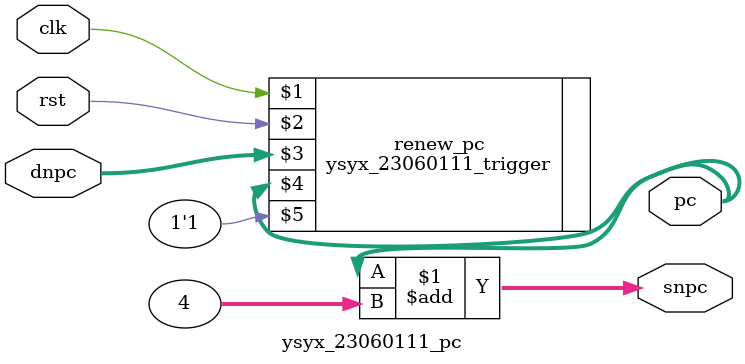
<source format=v>
module ysyx_23060111_pc(	
	input clk,
	input rst,
	output [31:0]snpc,
	input  [31:0]dnpc,
	output [31:0]pc
);
	assign snpc=pc+32'h4;
 	ysyx_23060111_trigger #(32,32'h80000000) renew_pc(clk,rst,dnpc,pc,1'b1);
	
endmodule

</source>
